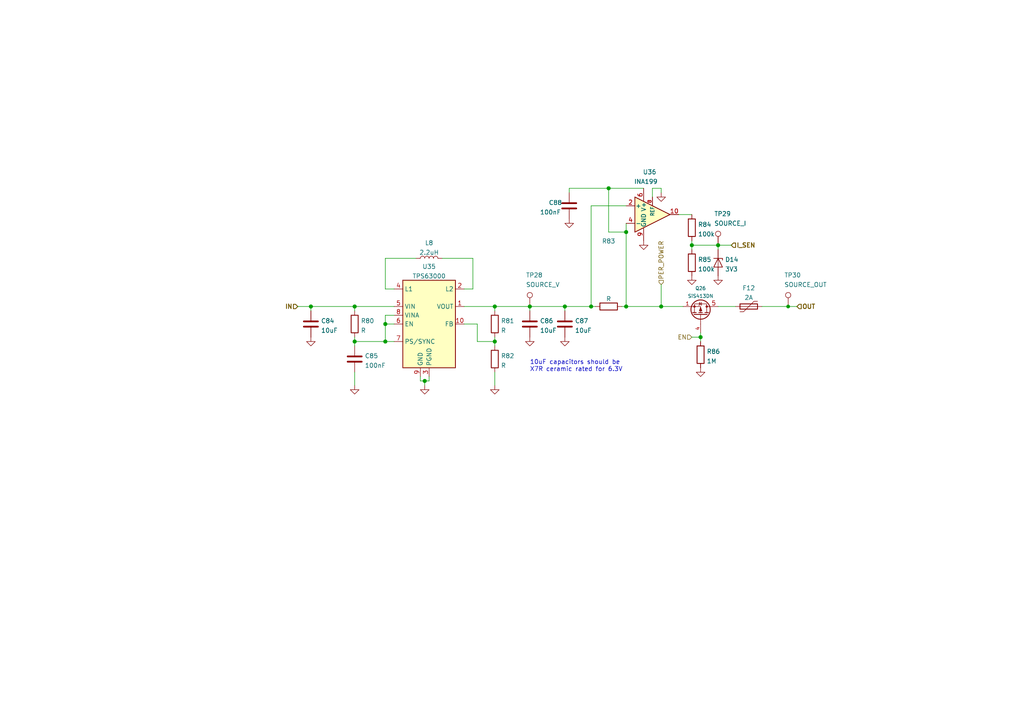
<source format=kicad_sch>
(kicad_sch (version 20210621) (generator eeschema)
  (paper "A4")
  (title_block (title "BUTCube - EPS") (date "2021-06-01") (rev "v1.0") (company "VUT - FIT(STRaDe) & FME(IAE & IPE)") (comment 1 "Author: Petr Malaník"))
  (lib_symbols
    (symbol "Connector:TestPoint" (pin_numbers hide) (pin_names (offset 0.762) hide)
      (property "Reference" "TP" (at 0 6.858 0))
      (property "Value" "TestPoint" (at 0 5.08 0))
      (symbol "TestPoint_0_1"
        (circle (center 0 3.302) (radius 0.762))
      )
      (symbol "TestPoint_1_1"
        (pin passive line (at 0 0 90) (length 2.54) (name "1") (number "1"))
      )
    )
    (symbol "Device:C" (pin_numbers hide) (pin_names (offset 0.254))
      (property "Reference" "C" (at 0.635 2.54 0))
      (property "Value" "C" (at 0.635 -2.54 0))
      (symbol "C_0_1"
        (polyline (pts (xy -2.032 -0.762) (xy 2.032 -0.762)) (stroke (width 0.508)))
        (polyline (pts (xy -2.032 0.762) (xy 2.032 0.762)) (stroke (width 0.508)))
      )
      (symbol "C_1_1"
        (pin passive line (at 0 3.81 270) (length 2.794) (name "~") (number "1"))
        (pin passive line (at 0 -3.81 90) (length 2.794) (name "~") (number "2"))
      )
    )
    (symbol "Device:D_Zener" (pin_numbers hide) (pin_names (offset 1.016) hide)
      (property "Reference" "D" (at 0 2.54 0))
      (property "Value" "D_Zener" (at 0 -2.54 0))
      (symbol "D_Zener_0_1"
        (polyline (pts (xy 1.27 0) (xy -1.27 0)))
        (polyline (pts (xy -1.27 -1.27) (xy -1.27 1.27) (xy -0.762 1.27)) (stroke (width 0.2032)))
        (polyline (pts (xy 1.27 -1.27) (xy 1.27 1.27) (xy -1.27 0) (xy 1.27 -1.27)) (stroke (width 0.2032)))
      )
      (symbol "D_Zener_1_1"
        (pin passive line (at -3.81 0 0) (length 2.54) (name "K") (number "1"))
        (pin passive line (at 3.81 0 180) (length 2.54) (name "A") (number "2"))
      )
    )
    (symbol "Device:L" (pin_numbers hide) (pin_names (offset 1.016) hide)
      (property "Reference" "L" (at -1.27 0 90))
      (property "Value" "L" (at 1.905 0 90))
      (symbol "L_0_1"
        (arc (start 0 -2.54) (end 0 -1.27) (radius (at 0 -1.905) (length 0.635) (angles -89.9 89.9)))
        (arc (start 0 -1.27) (end 0 0) (radius (at 0 -0.635) (length 0.635) (angles -89.9 89.9)))
        (arc (start 0 0) (end 0 1.27) (radius (at 0 0.635) (length 0.635) (angles -89.9 89.9)))
        (arc (start 0 1.27) (end 0 2.54) (radius (at 0 1.905) (length 0.635) (angles -89.9 89.9)))
      )
      (symbol "L_1_1"
        (pin passive line (at 0 3.81 270) (length 1.27) (name "1") (number "1"))
        (pin passive line (at 0 -3.81 90) (length 1.27) (name "2") (number "2"))
      )
    )
    (symbol "Device:Polyfuse" (pin_numbers hide) (pin_names (offset 0))
      (property "Reference" "F" (at -2.54 0 90))
      (property "Value" "Polyfuse" (at 2.54 0 90))
      (symbol "Polyfuse_0_1"
        (rectangle (start -0.762 2.54) (end 0.762 -2.54) (stroke (width 0.254)))
        (polyline (pts (xy 0 2.54) (xy 0 -2.54)))
        (polyline (pts (xy -1.524 2.54) (xy -1.524 1.524) (xy 1.524 -1.524) (xy 1.524 -2.54)))
      )
      (symbol "Polyfuse_1_1"
        (pin passive line (at 0 3.81 270) (length 1.27) (name "~") (number "1"))
        (pin passive line (at 0 -3.81 90) (length 1.27) (name "~") (number "2"))
      )
    )
    (symbol "Device:R" (pin_numbers hide) (pin_names (offset 0))
      (property "Reference" "R" (at 2.032 0 90))
      (property "Value" "R" (at 0 0 90))
      (symbol "R_0_1"
        (rectangle (start -1.016 -2.54) (end 1.016 2.54) (stroke (width 0.254)))
      )
      (symbol "R_1_1"
        (pin passive line (at 0 3.81 270) (length 1.27) (name "~") (number "1"))
        (pin passive line (at 0 -3.81 90) (length 1.27) (name "~") (number "2"))
      )
    )
    (symbol "Regulator_Switching:TPS63000"
      (property "Reference" "U" (at -7.62 13.97 0))
      (property "Value" "TPS63000" (at 5.08 13.97 0))
      (symbol "TPS63000_0_1"
        (rectangle (start -7.62 12.7) (end 7.62 -12.7) (stroke (width 0.254)) (fill (type background)))
      )
      (symbol "TPS63000_1_1"
        (pin power_out line (at 10.16 5.08 180) (length 2.54) (name "VOUT") (number "1"))
        (pin input line (at 10.16 0 180) (length 2.54) (name "FB") (number "10"))
        (pin passive line (at 0 -15.24 90) (length 2.54) hide (name "PGND") (number "11"))
        (pin input line (at 10.16 10.16 180) (length 2.54) (name "L2") (number "2"))
        (pin power_in line (at 0 -15.24 90) (length 2.54) (name "PGND") (number "3"))
        (pin input line (at -10.16 10.16 0) (length 2.54) (name "L1") (number "4"))
        (pin power_in line (at -10.16 5.08 0) (length 2.54) (name "VIN") (number "5"))
        (pin input line (at -10.16 0 0) (length 2.54) (name "EN") (number "6"))
        (pin input line (at -10.16 -5.08 0) (length 2.54) (name "PS/SYNC") (number "7"))
        (pin power_in line (at -10.16 2.54 0) (length 2.54) (name "VINA") (number "8"))
        (pin power_in line (at -2.54 -15.24 90) (length 2.54) (name "GND") (number "9"))
      )
    )
    (symbol "TCY_power_management:INA199" (pin_names (offset 0.127))
      (property "Reference" "U" (at 3.81 3.81 0))
      (property "Value" "INA199" (at 3.81 -3.81 0))
      (symbol "INA199_0_1"
        (polyline (pts (xy 5.08 0) (xy -5.08 5.08) (xy -5.08 -5.08) (xy 5.08 0)) (stroke (width 0.254)) (fill (type background)))
      )
      (symbol "INA199_1_1"
        (pin output line (at 7.62 0 180) (length 2.54) (name "~") (number "10"))
        (pin input line (at -7.62 2.54 0) (length 2.54) (name "+") (number "2"))
        (pin input line (at -7.62 2.54 0) (length 2.54) hide (name "+") (number "3"))
        (pin input line (at -7.62 -2.54 0) (length 2.54) (name "-") (number "4"))
        (pin input line (at -7.62 -2.54 0) (length 2.54) hide (name "-") (number "5"))
        (pin power_in line (at -2.54 7.62 270) (length 3.81) (name "V+") (number "6"))
        (pin input line (at 0 5.08 270) (length 2.54) (name "REF") (number "8"))
        (pin power_in line (at -2.54 -7.62 90) (length 3.81) (name "GND") (number "9"))
      )
    )
    (symbol "TCY_transistors:SiS413DN" (pin_names hide)
      (property "Reference" "Q" (at 8.89 2.54 0))
      (property "Value" "SiS413DN" (at 8.89 0 0))
      (symbol "SiS413DN_0_1"
        (circle (center -0.889 0) (radius 2.794) (stroke (width 0.254)))
        (circle (center 0 -1.778) (radius 0.254) (fill (type outline)))
        (circle (center 0 1.778) (radius 0.254) (fill (type outline)))
        (polyline (pts (xy -2.286 0) (xy -5.08 0)))
        (polyline (pts (xy -2.286 1.905) (xy -2.286 -1.905)) (stroke (width 0.254)))
        (polyline (pts (xy -1.778 -1.27) (xy -1.778 -2.286)) (stroke (width 0.254)))
        (polyline (pts (xy -1.778 0.508) (xy -1.778 -0.508)) (stroke (width 0.254)))
        (polyline (pts (xy -1.778 2.286) (xy -1.778 1.27)) (stroke (width 0.254)))
        (polyline (pts (xy 0 2.54) (xy 0 1.778)))
        (polyline (pts (xy 0 -2.54) (xy 0 0) (xy -1.778 0)))
        (polyline (pts (xy -1.778 1.778) (xy 0.762 1.778) (xy 0.762 -1.778) (xy -1.778 -1.778)))
        (polyline (pts (xy 0.254 -0.508) (xy 0.381 -0.381) (xy 1.143 -0.381) (xy 1.27 -0.254)))
        (polyline (pts (xy 0.762 -0.381) (xy 0.381 0.254) (xy 1.143 0.254) (xy 0.762 -0.381)))
        (polyline (pts (xy -0.254 0) (xy -1.27 0.381) (xy -1.27 -0.381) (xy -0.254 0)) (fill (type outline)))
      )
      (symbol "SiS413DN_1_1"
        (pin passive line (at 0 -5.08 90) (length 2.54) (name "S") (number "1"))
        (pin passive line (at 0 -5.08 90) (length 2.54) hide (name "S") (number "2"))
        (pin passive line (at 0 -5.08 90) (length 2.54) hide (name "S") (number "3"))
        (pin passive line (at -7.62 0 0) (length 2.54) (name "G") (number "4"))
        (pin passive line (at 0 5.08 270) (length 2.54) (name "D") (number "5"))
        (pin passive line (at 0 5.08 270) (length 2.54) hide (name "D") (number "6"))
        (pin passive line (at 0 5.08 270) (length 2.54) hide (name "D") (number "7"))
        (pin passive line (at 0 5.08 270) (length 2.54) hide (name "D") (number "8"))
        (pin passive line (at 0 5.08 270) (length 2.54) hide (name "D") (number "9"))
      )
    )
    (symbol "power:GND" (power) (pin_names (offset 0))
      (property "Value" "GND" (at 0 -3.81 0))
      (symbol "GND_0_1"
        (polyline (pts (xy 0 0) (xy 0 -1.27) (xy 1.27 -1.27) (xy 0 -2.54) (xy -1.27 -1.27) (xy 0 -1.27)))
      )
      (symbol "GND_1_1"
        (pin power_in line (at 0 0 270) (length 0) hide (name "GND") (number "1"))
      )
    )
  )
  (junction (at 90.17 88.9) (diameter 1.016))
  (junction (at 102.87 88.9) (diameter 1.016))
  (junction (at 102.87 99.06) (diameter 1.016))
  (junction (at 111.76 93.98) (diameter 1.016))
  (junction (at 111.76 99.06) (diameter 1.016))
  (junction (at 123.19 110.49) (diameter 1.016))
  (junction (at 143.51 88.9) (diameter 1.016))
  (junction (at 143.51 99.06) (diameter 1.016))
  (junction (at 153.67 88.9) (diameter 1.016))
  (junction (at 163.83 88.9) (diameter 1.016))
  (junction (at 171.45 88.9) (diameter 1.016))
  (junction (at 176.53 54.61) (diameter 1.016))
  (junction (at 181.61 67.31) (diameter 1.016))
  (junction (at 181.61 88.9) (diameter 1.016))
  (junction (at 191.77 88.9) (diameter 1.016))
  (junction (at 200.66 71.12) (diameter 1.016))
  (junction (at 203.2 97.79) (diameter 1.016))
  (junction (at 208.28 71.12) (diameter 1.016))
  (junction (at 228.6 88.9) (diameter 0.9144))
  (wire (pts (xy 86.36 88.9) (xy 90.17 88.9)))
  (wire (pts (xy 90.17 88.9) (xy 90.17 90.17)))
  (wire (pts (xy 90.17 88.9) (xy 102.87 88.9)))
  (wire (pts (xy 102.87 88.9) (xy 102.87 90.17)))
  (wire (pts (xy 102.87 88.9) (xy 114.3 88.9)))
  (wire (pts (xy 102.87 97.79) (xy 102.87 99.06)))
  (wire (pts (xy 102.87 99.06) (xy 102.87 100.33)))
  (wire (pts (xy 102.87 99.06) (xy 111.76 99.06)))
  (wire (pts (xy 102.87 107.95) (xy 102.87 111.76)))
  (wire (pts (xy 111.76 74.93) (xy 120.65 74.93)))
  (wire (pts (xy 111.76 83.82) (xy 111.76 74.93)))
  (wire (pts (xy 111.76 91.44) (xy 111.76 93.98)))
  (wire (pts (xy 111.76 91.44) (xy 114.3 91.44)))
  (wire (pts (xy 111.76 93.98) (xy 111.76 99.06)))
  (wire (pts (xy 111.76 93.98) (xy 114.3 93.98)))
  (wire (pts (xy 114.3 83.82) (xy 111.76 83.82)))
  (wire (pts (xy 114.3 99.06) (xy 111.76 99.06)))
  (wire (pts (xy 121.92 109.22) (xy 121.92 110.49)))
  (wire (pts (xy 121.92 110.49) (xy 123.19 110.49)))
  (wire (pts (xy 123.19 110.49) (xy 123.19 111.76)))
  (wire (pts (xy 123.19 110.49) (xy 124.46 110.49)))
  (wire (pts (xy 124.46 110.49) (xy 124.46 109.22)))
  (wire (pts (xy 128.27 74.93) (xy 137.16 74.93)))
  (wire (pts (xy 134.62 88.9) (xy 143.51 88.9)))
  (wire (pts (xy 137.16 74.93) (xy 137.16 83.82)))
  (wire (pts (xy 137.16 83.82) (xy 134.62 83.82)))
  (wire (pts (xy 138.43 93.98) (xy 134.62 93.98)))
  (wire (pts (xy 138.43 99.06) (xy 138.43 93.98)))
  (wire (pts (xy 143.51 88.9) (xy 143.51 90.17)))
  (wire (pts (xy 143.51 88.9) (xy 153.67 88.9)))
  (wire (pts (xy 143.51 97.79) (xy 143.51 99.06)))
  (wire (pts (xy 143.51 99.06) (xy 138.43 99.06)))
  (wire (pts (xy 143.51 99.06) (xy 143.51 100.33)))
  (wire (pts (xy 143.51 107.95) (xy 143.51 111.76)))
  (wire (pts (xy 153.67 88.9) (xy 153.67 90.17)))
  (wire (pts (xy 153.67 88.9) (xy 163.83 88.9)))
  (wire (pts (xy 163.83 88.9) (xy 163.83 90.17)))
  (wire (pts (xy 163.83 88.9) (xy 171.45 88.9)))
  (wire (pts (xy 165.1 54.61) (xy 165.1 55.88)))
  (wire (pts (xy 165.1 54.61) (xy 176.53 54.61)))
  (wire (pts (xy 171.45 59.69) (xy 171.45 88.9)))
  (wire (pts (xy 171.45 59.69) (xy 181.61 59.69)))
  (wire (pts (xy 171.45 88.9) (xy 172.72 88.9)))
  (wire (pts (xy 176.53 67.31) (xy 176.53 54.61)))
  (wire (pts (xy 180.34 88.9) (xy 181.61 88.9)))
  (wire (pts (xy 181.61 64.77) (xy 181.61 67.31)))
  (wire (pts (xy 181.61 67.31) (xy 176.53 67.31)))
  (wire (pts (xy 181.61 67.31) (xy 181.61 88.9)))
  (wire (pts (xy 181.61 88.9) (xy 191.77 88.9)))
  (wire (pts (xy 186.69 54.61) (xy 176.53 54.61)))
  (wire (pts (xy 189.23 54.61) (xy 189.23 57.15)))
  (wire (pts (xy 191.77 54.61) (xy 189.23 54.61)))
  (wire (pts (xy 191.77 55.88) (xy 191.77 54.61)))
  (wire (pts (xy 191.77 82.55) (xy 191.77 88.9)))
  (wire (pts (xy 191.77 88.9) (xy 198.12 88.9)))
  (wire (pts (xy 196.85 62.23) (xy 200.66 62.23)))
  (wire (pts (xy 200.66 69.85) (xy 200.66 71.12)))
  (wire (pts (xy 200.66 71.12) (xy 200.66 72.39)))
  (wire (pts (xy 200.66 97.79) (xy 203.2 97.79)))
  (wire (pts (xy 203.2 97.79) (xy 203.2 96.52)))
  (wire (pts (xy 203.2 97.79) (xy 203.2 99.06)))
  (wire (pts (xy 208.28 71.12) (xy 200.66 71.12)))
  (wire (pts (xy 208.28 71.12) (xy 212.09 71.12)))
  (wire (pts (xy 208.28 72.39) (xy 208.28 71.12)))
  (wire (pts (xy 208.28 88.9) (xy 213.36 88.9)))
  (wire (pts (xy 220.98 88.9) (xy 228.6 88.9)))
  (wire (pts (xy 228.6 88.9) (xy 231.14 88.9)))
  (text "10uF capacitors should be\nX7R ceramic rated for 6.3V" (at 153.67 107.95 0) (effects (font (size 1.27 1.27)) (justify left bottom)))
  (hierarchical_label "IN" (shape input) (at 86.36 88.9 180) (effects (font (thickness 0.254))))
  (hierarchical_label "PER_POWER" (shape input) (at 191.77 82.55 90))
  (hierarchical_label "EN" (shape input) (at 200.66 97.79 180))
  (hierarchical_label "I_SEN" (shape input) (at 212.09 71.12 0) (effects (font (thickness 0.254))))
  (hierarchical_label "OUT" (shape input) (at 231.14 88.9 0) (effects (font (thickness 0.254))))
  (symbol (lib_id "Connector:TestPoint") (at 153.67 88.9 0)
    (property "Reference" "TP28" (at 152.5271 79.8 0) (effects (justify left)))
    (property "Value" "SOURCE_V" (at 152.5271 82.5751 0) (effects (justify left)))
  )
  (symbol (lib_id "Connector:TestPoint") (at 208.28 71.12 0)
    (property "Reference" "TP29" (at 207.1371 62.02 0) (effects (justify left)))
    (property "Value" "SOURCE_I" (at 207.1371 64.7951 0) (effects (justify left)))
  )
  (symbol (lib_id "Connector:TestPoint") (at 228.6 88.9 0)
    (property "Reference" "TP30" (at 227.4571 79.8 0) (effects (justify left)))
    (property "Value" "SOURCE_OUT" (at 227.4571 82.5751 0) (effects (justify left)))
  )
  (symbol (lib_id "power:GND") (at 90.17 97.79 0)
    (property "Reference" "#PWR0175" (effects hide))
    (property "Value" "GND" (effects hide))
  )
  (symbol (lib_id "power:GND") (at 102.87 111.76 0)
    (property "Reference" "#PWR0176" (effects hide))
    (property "Value" "GND" (effects hide))
  )
  (symbol (lib_id "power:GND") (at 123.19 111.76 0)
    (property "Reference" "#PWR0177" (effects hide))
    (property "Value" "GND" (effects hide))
  )
  (symbol (lib_id "power:GND") (at 143.51 111.76 0)
    (property "Reference" "#PWR0178" (effects hide))
    (property "Value" "GND" (effects hide))
  )
  (symbol (lib_id "power:GND") (at 153.67 97.79 0)
    (property "Reference" "#PWR0179" (effects hide))
    (property "Value" "GND" (effects hide))
  )
  (symbol (lib_id "power:GND") (at 163.83 97.79 0)
    (property "Reference" "#PWR0180" (effects hide))
    (property "Value" "GND" (effects hide))
  )
  (symbol (lib_id "power:GND") (at 165.1 63.5 0)
    (property "Reference" "#PWR0181" (effects hide))
    (property "Value" "GND" (effects hide))
  )
  (symbol (lib_id "power:GND") (at 186.69 69.85 0)
    (property "Reference" "#PWR0182" (effects hide))
    (property "Value" "GND" (effects hide))
  )
  (symbol (lib_id "power:GND") (at 191.77 55.88 0)
    (property "Reference" "#PWR0183" (effects hide))
    (property "Value" "GND" (effects hide))
  )
  (symbol (lib_id "power:GND") (at 200.66 80.01 0)
    (property "Reference" "#PWR0184" (effects hide))
    (property "Value" "GND" (effects hide))
  )
  (symbol (lib_id "power:GND") (at 203.2 106.68 0)
    (property "Reference" "#PWR0185" (effects hide))
    (property "Value" "GND" (effects hide))
  )
  (symbol (lib_id "power:GND") (at 208.28 80.01 0)
    (property "Reference" "#PWR0186" (effects hide))
    (property "Value" "GND" (effects hide))
  )
  (symbol (lib_id "Device:L") (at 124.46 74.93 90)
    (property "Reference" "L8" (at 124.46 70.4554 90))
    (property "Value" "2.2uH" (at 124.46 73.2305 90))
  )
  (symbol (lib_id "Device:R") (at 102.87 93.98 0)
    (property "Reference" "R80" (at 104.6481 93.0715 0) (effects (justify left)))
    (property "Value" "R" (at 104.6481 95.8466 0) (effects (justify left)))
  )
  (symbol (lib_id "Device:R") (at 143.51 93.98 0)
    (property "Reference" "R81" (at 145.2881 93.0715 0) (effects (justify left)))
    (property "Value" "R" (at 145.2881 95.8466 0) (effects (justify left)))
  )
  (symbol (lib_id "Device:R") (at 143.51 104.14 0)
    (property "Reference" "R82" (at 145.2881 103.2315 0) (effects (justify left)))
    (property "Value" "R" (at 145.2881 106.0066 0) (effects (justify left)))
  )
  (symbol (lib_id "Device:R") (at 176.53 88.9 90)
    (property "Reference" "R83" (at 176.53 69.9474 90))
    (property "Value" "R" (at 176.53 86.6925 90))
  )
  (symbol (lib_id "Device:R") (at 200.66 66.04 180)
    (property "Reference" "R84" (at 202.4381 65.1315 0) (effects (justify right)))
    (property "Value" "100k" (at 202.4381 67.9066 0) (effects (justify right)))
  )
  (symbol (lib_id "Device:R") (at 200.66 76.2 180)
    (property "Reference" "R85" (at 202.4381 75.2915 0) (effects (justify right)))
    (property "Value" "100k" (at 202.4381 78.0666 0) (effects (justify right)))
  )
  (symbol (lib_id "Device:R") (at 203.2 102.87 0)
    (property "Reference" "R86" (at 204.9781 101.9615 0) (effects (justify left)))
    (property "Value" "1M" (at 204.9781 104.7366 0) (effects (justify left)))
  )
  (symbol (lib_id "Device:D_Zener") (at 208.28 76.2 270)
    (property "Reference" "D14" (at 210.2867 75.2915 90) (effects (justify left)))
    (property "Value" "3V3" (at 210.2867 78.0666 90) (effects (justify left)))
  )
  (symbol (lib_id "Device:Polyfuse") (at 217.17 88.9 90)
    (property "Reference" "F12" (at 217.17 83.5364 90))
    (property "Value" "2A" (at 217.17 86.3115 90))
  )
  (symbol (lib_id "Device:C") (at 90.17 93.98 0)
    (property "Reference" "C84" (at 93.0911 93.0715 0) (effects (justify left)))
    (property "Value" "10uF" (at 93.0911 95.8466 0) (effects (justify left)))
  )
  (symbol (lib_id "Device:C") (at 102.87 104.14 0)
    (property "Reference" "C85" (at 105.7911 103.2315 0) (effects (justify left)))
    (property "Value" "100nF" (at 105.7911 106.0066 0) (effects (justify left)))
  )
  (symbol (lib_id "Device:C") (at 153.67 93.98 0)
    (property "Reference" "C86" (at 156.5911 93.0715 0) (effects (justify left)))
    (property "Value" "10uF" (at 156.5911 95.8466 0) (effects (justify left)))
  )
  (symbol (lib_id "Device:C") (at 163.83 93.98 0)
    (property "Reference" "C87" (at 166.7511 93.0715 0) (effects (justify left)))
    (property "Value" "10uF" (at 166.7511 95.8466 0) (effects (justify left)))
  )
  (symbol (lib_id "Device:C") (at 165.1 59.69 0)
    (property "Reference" "C88" (at 159.1311 58.7815 0) (effects (justify left)))
    (property "Value" "100nF" (at 156.5911 61.5566 0) (effects (justify left)))
  )
  (symbol (lib_id "TCY_transistors:SiS413DN") (at 203.2 88.9 270) (mirror x)
    (property "Reference" "Q26" (at 203.2 83.6288 90) (effects (font (size 1 1))))
    (property "Value" "SiS413DN" (at 203.2 85.8678 90) (effects (font (size 1 1))))
    (property "Footprint" "Package_SO:Vishay_PowerPAK_1212-8_Single" (effects hide))
    (property "Datasheet" "https://www.vishay.com/docs/63262/sis413dn.pdf" (effects hide))
  )
  (symbol (lib_id "TCY_power_management:INA199") (at 189.23 62.23 0)
    (property "Reference" "U36" (at 186.4361 49.8915 0) (effects (justify left)))
    (property "Value" "INA199" (at 183.8961 52.6666 0) (effects (justify left)))
    (property "Footprint" "Package_DFN_QFN:UQFN-10_1.4x1.8mm_P0.4mm" (effects hide))
    (property "Datasheet" "https://www.ti.com/lit/ds/symlink/ina199.pdf" (effects hide))
  )
  (symbol (lib_id "Regulator_Switching:TPS63000") (at 124.46 93.98 0)
    (property "Reference" "U35" (at 124.46 77.3134 0))
    (property "Value" "TPS63000" (at 124.46 80.0885 0))
    (property "Footprint" "Package_SON:Texas_DRC0010J_ThermalVias" (effects hide))
    (property "Datasheet" "http://www.ti.com/lit/ds/symlink/tps63000.pdf" (effects hide))
  )
)
</source>
